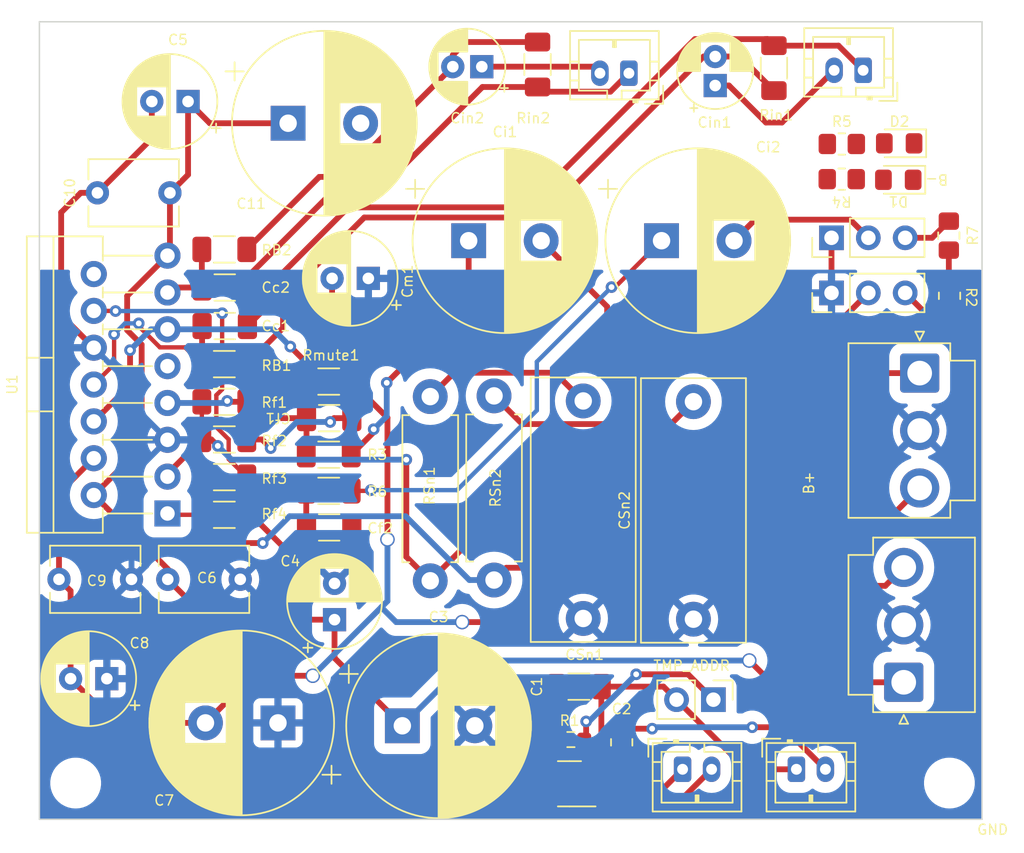
<source format=kicad_pcb>
(kicad_pcb (version 20221018) (generator pcbnew)
  (layers (0 "F.Cu" signal) (31 "B.Cu" signal) (34 "B.Paste" user) (35 "F.Paste" user) (36 "B.SilkS" user "B.Silkscreen") (37 "F.SilkS" user "F.Silkscreen") (38 "B.Mask" user) (39 "F.Mask" user) (44 "Edge.Cuts" user))
  (net 0 "")
  (net 1 "Net-(Cf1-Pad1)")
  (net 2 "Net-(Ci1-Pad1)")
  (net 3 "VP")
  (net 4 "VM")
  (net 5 "PGND")
  (net 6 "Net-(U1A-+)")
  (net 7 "Net-(CSn1-Pad2)")
  (net 8 "Net-(D1-A)")
  (net 9 "Net-(D2-A)")
  (net 10 "Net-(Cin1-Pad2)")
  (net 11 "DGND")
  (net 12 "3V3")
  (net 13 "ADD1")
  (net 14 "SIGGND")
  (net 15 "SCL")
  (net 16 "SDA")
  (net 17 "Net-(J7-Pin_3)")
  (net 18 "Net-(U1A--)")
  (net 19 "Net-(U1B-+)")
  (net 21 "Net-(Cin2-Pad2)")
  (net 23 "Net-(Cf2-Pad1)")
  (net 24 "Net-(U1B--)")
  (net 25 "Net-(Ci2-Pad1)")
  (net 26 "Net-(CSn2-Pad2)")
  (net 27 "SIGGND2")
  (net 28 "WOOFERIN")
  (net 29 "TWEETERIN")
  (net 30 "MUTE")
  (net 31 "WOOFEROUT")
  (net 32 "TWEETEROUT")
  (net 33 "WOOFERGND")
  (net 34 "TWEETERGND")
  (net 35 "Net-(J2-Pin_3)")
  (footprint "Connector_JST:JST_VH_B3P-VH_1x03_P3.96mm_Vertical" (layer "F.Cu") (at 137 101.68 -90)
    (fp_text reference "J5" hide)
    (fp_text value "Conn_01x03_Pin")
  )
  (footprint "Resistor_SMD:R_1206_3216Metric_Pad1.30x1.75mm_HandSolder" (layer "F.Cu") (at 96.25 107.307455)
    (fp_text reference "R3")
    (fp_text value "1.0K")
  )
  (footprint "Capacitor_THT:CP_Radial_D6.3mm_P2.50mm" (layer "F.Cu") (at 80.95 122.75 180)
    (fp_text reference "C8")
    (fp_text value "47U 50V")
  )
  (footprint "Resistor_SMD:R_0805_2012Metric_Pad1.20x1.40mm_HandSolder" (layer "F.Cu") (at 139.06 96.35 90)
    (fp_text reference "R2")
    (fp_text value "100R")
  )
  (footprint "Capacitor_SMD:C_1206_3216Metric_Pad1.33x1.80mm_HandSolder" (layer "F.Cu") (at 89.08 98.434284)
    (fp_text reference "Cc1")
    (fp_text value "680P")
  )
  (footprint "Resistor_SMD:R_0805_2012Metric_Pad1.20x1.40mm_HandSolder" (layer "F.Cu") (at 131.631755 85.881242 180)
    (fp_text reference "R5")
    (fp_text value "9.1K")
  )
  (footprint "Capacitor_THT:CP_Radial_D12.5mm_P5.00mm" (layer "F.Cu") (at 101.326041 126)
    (fp_text reference "C3")
    (fp_text value "1000U 50V")
  )
  (footprint "Capacitor_THT:CP_Radial_D12.5mm_P5.00mm" (layer "F.Cu") (at 105.9 92.55)
    (fp_text reference "Ci1")
    (fp_text value "1000U 35V")
  )
  (footprint "MountingHole:MountingHole_3mm" (layer "F.Cu") (at 139.05 129.95)
    (fp_text reference "H4" hide)
    (fp_text value "MountingHole")
  )
  (footprint "Capacitor_SMD:C_1206_3216Metric_Pad1.33x1.80mm_HandSolder" (layer "F.Cu") (at 89.08 95.777142)
    (fp_text reference "Cc2")
    (fp_text value "680P")
  )
  (footprint "Capacitor_THT:CP_Radial_D5.0mm_P2.00mm" (layer "F.Cu") (at 106.805113 80.55 180)
    (fp_text reference "Cin2")
    (fp_text value "10UF")
  )
  (footprint "Connector_JST:JST_PH_B2B-PH-K_1x02_P2.00mm_Vertical" (layer "F.Cu") (at 116.95 81 180)
    (fp_text reference "J10" hide)
    (fp_text value "Conn_01x02_Male")
  )
  (footprint "Capacitor_THT:C_Disc_D6.0mm_W4.4mm_P5.00mm" (layer "F.Cu") (at 85.15 115.9)
    (fp_text reference "C6")
    (fp_text value "4.7U X7R 50V")
  )
  (footprint "Package_TO_SOT_SMD:SOT-23-6" (layer "F.Cu") (at 112.85 130 180)
    (fp_text reference "U2" hide)
    (fp_text value "TMP100")
  )
  (footprint "Connector_JST:JST_PH_B2B-PH-K_1x02_P2.00mm_Vertical" (layer "F.Cu") (at 133.1 80.8 180)
    (fp_text reference "J3" hide)
    (fp_text value "Conn_01x02_Male")
  )
  (footprint "Resistor_SMD:R_1206_3216Metric_Pad1.30x1.75mm_HandSolder" (layer "F.Cu") (at 89.05 111.45)
    (fp_text reference "Rf4")
    (fp_text value "20K")
  )
  (footprint "Resistor_SMD:R_1206_3216Metric_Pad1.30x1.75mm_HandSolder" (layer "F.Cu") (at 89.05 101.061426 180)
    (fp_text reference "RB1")
    (fp_text value "1.2K")
  )
  (footprint "Connector_JST:JST_VH_B3P-VH-B_1x03_P3.96mm_Vertical" (layer "F.Cu") (at 135.9 123 90)
    (fp_text reference "J9" hide)
    (fp_text value "Conn_01x03_Male")
  )
  (footprint "Resistor_THT:R_Axial_DIN0411_L9.9mm_D3.6mm_P12.70mm_Horizontal" (layer "F.Cu") (at 107.65 103.25 -90)
    (fp_text reference "RSn2")
    (fp_text value "4R7")
  )
  (footprint "Connector_JST:JST_PH_B2B-PH-K_1x02_P2.00mm_Vertical" (layer "F.Cu") (at 120.65 129)
    (fp_text reference "J6" hide)
    (fp_text value "Conn_01x02_Male")
  )
  (footprint "Capacitor_THT:CP_Radial_D12.5mm_P5.00mm" (layer "F.Cu") (at 93.45 84.45)
    (fp_text reference "C11")
    (fp_text value "1000U 50V")
  )
  (footprint "Resistor_THT:R_Axial_DIN0411_L9.9mm_D3.6mm_P12.70mm_Horizontal" (layer "F.Cu") (at 103.25 103.3 -90)
    (fp_text reference "RSn1")
    (fp_text value "4R7")
  )
  (footprint "Resistor_SMD:R_1206_3216Metric_Pad1.30x1.75mm_HandSolder" (layer "F.Cu") (at 96.25 109.8)
    (fp_text reference "R6")
    (fp_text value "1.0K")
  )
  (footprint "Connector_PinHeader_2.54mm:PinHeader_1x03_P2.54mm_Vertical" (layer "F.Cu") (at 130.92 92.35 90)
    (fp_text reference "J2" hide)
    (fp_text value "Conn_01x03_Male")
  )
  (footprint "Resistor_SMD:R_1206_3216Metric_Pad1.30x1.75mm_HandSolder" (layer "F.Cu") (at 113.5 123.3 180)
    (fp_text reference "C1")
    (fp_text value "10U")
  )
  (footprint "Resistor_SMD:R_0805_2012Metric_Pad1.20x1.40mm_HandSolder" (layer "F.Cu") (at 139.01 92.2 -90)
    (fp_text reference "R7")
    (fp_text value "100R")
  )
  (footprint "MountingHole:MountingHole_3mm" (layer "F.Cu") (at 78.8 79.95)
    (fp_text reference "H1" hide)
    (fp_text value "MountingHole")
  )
  (footprint "Capacitor_THT:CP_Radial_D5.0mm_P2.00mm" (layer "F.Cu") (at 122.9 81.85 90)
    (fp_text reference "Cin1")
    (fp_text value "10UF")
  )
  (footprint "Connector_PinHeader_2.54mm:PinHeader_1x03_P2.54mm_Vertical" (layer "F.Cu") (at 130.92 96.15 90)
    (fp_text reference "J7" hide)
    (fp_text value "Conn_01x03_Male")
  )
  (footprint "Capacitor_THT:C_Rect_L18.0mm_W7.0mm_P15.00mm_FKS3_FKP3" (layer "F.Cu") (at 113.8 118.6 90)
    (fp_text reference "CSn1")
    (fp_text value " 220N PP 100V")
  )
  (footprint "Capacitor_THT:C_Disc_D6.0mm_W4.4mm_P5.00mm" (layer "F.Cu") (at 82.65 115.9 180)
    (fp_text reference "C9")
    (fp_text value "4.7U X74 50V")
  )
  (footprint "Resistor_SMD:R_0805_2012Metric_Pad1.20x1.40mm_HandSolder" (layer "F.Cu") (at 131.625 88.305 180)
    (fp_text reference "R4")
    (fp_text value "9.1K")
  )
  (footprint "Resistor_SMD:R_0603_1608Metric_Pad0.98x0.95mm_HandSolder" (layer "F.Cu") (at 112.95 126.95)
    (fp_text reference "R1")
    (fp_text value "4.7K")
  )
  (footprint "Connector_JST:JST_PH_B2B-PH-K_1x02_P2.00mm_Vertical" (layer "F.Cu") (at 128.5 129)
    (fp_text reference "J4" hide)
    (fp_text value "Conn_01x02_Male")
  )
  (footprint "MountingHole:MountingHole_3mm" (layer "F.Cu") (at 139.05 79.95)
    (fp_text reference "H2" hide)
    (fp_text value "MountingHole")
  )
  (footprint "Package_TO_SOT_THT:TO-220-15_P2.54x2.54mm_StaggerOdd_Lead4.58mm_Vertical" (layer "F.Cu") (at 85.13 111.36 90)
    (fp_text reference "U1")
    (fp_text value "LM4766")
  )
  (footprint "Resistor_SMD:R_1206_3216Metric_Pad1.30x1.75mm_HandSolder" (layer "F.Cu") (at 96.25 102.262365)
    (fp_text reference "Rmute1")
    (fp_text value "38.6K")
  )
  (footprint "Capacitor_THT:C_Disc_D6.0mm_W4.4mm_P5.00mm" (layer "F.Cu") (at 85.3 89.25 180)
    (fp_text reference "C10")
    (fp_text value "4.7U X7R 50V")
  )
  (footprint "Capacitor_SMD:C_1206_3216Metric_Pad1.33x1.80mm_HandSolder" (layer "F.Cu") (at 96.28 112.322545 180)
    (fp_text reference "Cf2")
    (fp_text value "47P")
  )
  (footprint "LED_SMD:LED_0805_2012Metric_Pad1.15x1.40mm_HandSolder" (layer "F.Cu") (at 135.586755 85.836242 180)
    (fp_text reference "D2")
    (fp_text value "BLUE")
  )
  (footprint "Resistor_SMD:R_1206_3216Metric_Pad1.30x1.75mm_HandSolder" (layer "F.Cu") (at 110.65 80.4 90)
    (fp_text reference "Rin2")
    (fp_text value "20K")
  )
  (footprint "Connector_PinHeader_2.54mm:PinHeader_1x02_P2.54mm_Vertical" (layer "F.Cu") (at 122.775 124.2 -90)
    (fp_text reference "J1" hide)
    (fp_text value "Conn_01x02_Male")
  )
  (footprint "Resistor_SMD:R_1206_3216Metric_Pad1.30x1.75mm_HandSolder" (layer "F.Cu") (at 89.05 108.852852)
    (fp_text reference "Rf3")
    (fp_text value "20K")
  )
  (footprint "Resistor_SMD:R_1206_3216Metric_Pad1.30x1.75mm_HandSolder" (layer "F.Cu") (at 126.95 80.65 -90)
    (fp_text reference "Rin1")
    (fp_text value "20K")
  )
  (footprint "Capacitor_THT:CP_Radial_D12.5mm_P5.00mm" (layer "F.Cu") (at 119.2 92.55)
    (fp_text reference "Ci2")
    (fp_text value "1000U 35V")
  )
  (footprint "Capacitor_THT:CP_Radial_D6.3mm_P2.50mm" (layer "F.Cu") (at 98.98238 95.15 180)
    (fp_text reference "Cm1")
    (fp_text value "47U 50V")
  )
  (footprint "Capacitor_THT:C_Rect_L18.0mm_W7.0mm_P15.00mm_FKS3_FKP3" (layer "F.Cu") (at 121.4 118.65 90)
    (fp_text reference "CSn2")
    (fp_text value " 220N PP 100V")
  )
  (footprint "Resistor_SMD:R_0805_2012Metric_Pad1.20x1.40mm_HandSolder" (layer "F.Cu") (at 116.451331 127.140145 90)
    (fp_text reference "C2")
    (fp_text value "100N")
  )
  (footprint "Capacitor_SMD:C_1206_3216Metric_Pad1.33x1.80mm_HandSolder" (layer "F.Cu") (at 96.28 104.78491 180)
    (fp_text reference "Cf1")
    (fp_text value "47P")
  )
  (footprint "Capacitor_THT:CP_Radial_D6.3mm_P2.50mm" (layer "F.Cu") (at 96.65 118.68238 90)
    (fp_text reference "C4")
    (fp_text value "47U 50V")
  )
  (footprint "MountingHole:MountingHole_3mm" (layer "F.Cu") (at 78.8 129.95)
    (fp_text reference "H3" hide)
    (fp_text value "MountingHole")
  )
  (footprint "Resistor_SMD:R_1206_3216Metric_Pad1.30x1.75mm_HandSolder" (layer "F.Cu") (at 89.05 106.25571)
    (fp_text reference "Rf2")
    (fp_text value "20K")
  )
  (footprint "Resistor_SMD:R_1206_3216Metric_Pad1.30x1.75mm_HandSolder" (layer "F.Cu") (at 89.05 103.658568)
    (fp_text reference "Rf1")
    (fp_text value "20K")
  )
  (footprint "Resistor_SMD:R_1206_3216Metric_Pad1.30x1.75mm_HandSolder" (layer "F.Cu") (at 89.05 93.15 180)
    (fp_text reference "RB2")
    (fp_text value "1.2K")
  )
  (footprint "LED_SMD:LED_0805_2012Metric_Pad1.15x1.40mm_HandSolder" (layer "F.Cu") (at 135.525 88.35 180)
    (fp_text reference "D1")
    (fp_text value "YELLOW")
  )
  (footprint "Capacitor_THT:CP_Radial_D12.5mm_P5.00mm" (layer "F.Cu") (at 92.75 125.8 180)
    (fp_text reference "C7")
    (fp_text value "1000U 50V")
  )
  (footprint "Capacitor_THT:CP_Radial_D6.3mm_P2.50mm" (layer "F.Cu") (at 86.55 82.95 180)
    (fp_text reference "C5")
    (fp_text value "47U 50V")
  )
  (gr_line (start 141.3 77.45) (end 141.3 132.45) (stroke (width 0.1)) (layer "Edge.Cuts"))
  (gr_line (start 141.3 132.45) (end 76.3 132.45) (stroke (width 0.1)) (layer "Edge.Cuts"))
  (gr_line (start 76.3 77.45) (end 141.3 77.45) (stroke (width 0.1)) (layer "Edge.Cuts"))
  (gr_line (start 76.3 77.45) (end 76.3 132.45) (stroke (width 0.1)) (layer "Edge.Cuts"))
  (gr_text "GND" (at 140.9 133.163199) (layer "F.SilkS") (effects (font (size 0.7 0.7) (thickness 0.1)) (justify left)))
  (gr_text "B+" (at 129.365 110.1 90) (layer "F.SilkS") (effects (font (size 0.7 0.7) (thickness 0.1)) (justify left)))
  (gr_text "TMP_ADDR\n" (at 118.575 121.85) (layer "F.SilkS") (effects (font (size 0.7 0.7) (thickness 0.1)) (justify left)))
  (gr_text "B-" (at 139.025 88.335 180) (layer "F.SilkS") (effects (font (size 0.7 0.7) (thickness 0.1)) (justify left)))
  (segment (start 90.6 106.25571) (end 91.650686 106.25571) (width 0.4) (layer "F.Cu") (net 1))
  (segment (start 96.61509 104.78491) (end 96.35 105.05) (width 0.4) (layer "F.Cu") (net 1))
  (segment (start 91.650686 106.25571) (end 92.244976 106.85) (width 0.4) (layer "F.Cu") (net 1))
  (segment (start 97.8425 104.78491) (end 96.61509 104.78491) (width 0.4) (layer "F.Cu") (net 1))
  (via (at 92.244976 106.85) (size 0.8) (drill 0.4) (layers "F.Cu" "B.Cu") (net 1))
  (via (at 96.35 105.05) (size 0.8) (drill 0.4) (layers "F.Cu" "B.Cu") (net 1))
  (segment (start 94.044976 105.05) (end 92.244976 106.85) (width 0.4) (layer "B.Cu") (net 1))
  (segment (start 96.35 105.05) (end 94.044976 105.05) (width 0.4) (layer "B.Cu") (net 1))
  (segment (start 105.9 92.55) (end 105.9 96.7) (width 0.4) (layer "F.Cu") (net 2))
  (segment (start 105.9 96.7) (end 100.25 102.35) (width 0.4) (layer "F.Cu") (net 2))
  (segment (start 99.35 105.55) (end 99.35 105.757455) (width 0.4) (layer "F.Cu") (net 2))
  (segment (start 99.35 105.757455) (end 97.8 107.307455) (width 0.4) (layer "F.Cu") (net 2))
  (via (at 100.25 102.35) (size 0.8) (drill 0.4) (layers "F.Cu" "B.Cu") (net 2))
  (via (at 99.35 105.55) (size 0.8) (drill 0.4) (layers "F.Cu" "B.Cu") (net 2))
  (segment (start 100.25 104.65) (end 99.35 105.55) (width 0.4) (layer "B.Cu") (net 2))
  (segment (start 100.25 102.35) (end 100.25 104.65) (width 0.4) (layer "B.Cu") (net 2))
  (segment (start 135.9 123) (end 126.75 123) (width 0.4) (layer "F.Cu") (net 3))
  (segment (start 86.55 88) (end 85.3 89.25) (width 0.4) (layer "F.Cu") (net 3))
  (segment (start 86.55 82.95) (end 86.55 88) (width 0.4) (layer "F.Cu") (net 3))
  (segment (start 82.35 98.718629) (end 83.35 99.718629) (width 0.4) (layer "F.Cu") (net 3))
  (segment (start 126.75 123) (end 125.25 121.5) (width 0.4) (layer "F.Cu") (net 3))
  (segment (start 83.35 106.79) (end 80.05 110.09) (width 0.4) (layer "F.Cu") (net 3))
  (segment (start 87.93238 118.68238) (end 96.65 118.68238) (width 0.4) (layer "F.Cu") (net 3))
  (segment (start 85.15 115.9) (end 87.93238 118.68238) (width 0.4) (layer "F.Cu") (net 3))
  (segment (start 88.05 84.45) (end 86.55 82.95) (width 0.4) (layer "F.Cu") (net 3))
  (segment (start 96.65 121.323959) (end 101.326041 126) (width 0.4) (layer "F.Cu") (net 3))
  (segment (start 96.65 118.68238) (end 96.65 121.323959) (width 0.4) (layer "F.Cu") (net 3))
  (segment (start 85.3 89.25) (end 85.3 93.41) (width 0.4) (layer "F.Cu") (net 3))
  (segment (start 85.3 93.41) (end 85.13 93.58) (width 0.4) (layer "F.Cu") (net 3))
  (segment (start 85.15 115.19) (end 85.15 115.9) (width 0.4) (layer "F.Cu") (net 3))
  (segment (start 85.13 93.58) (end 82.35 96.36) (width 0.4) (layer "F.Cu") (net 3))
  (segment (start 82.35 96.36) (end 82.35 98.718629) (width 0.4) (layer "F.Cu") (net 3))
  (segment (start 83.35 99.718629) (end 83.35 106.79) (width 0.4) (layer "F.Cu") (net 3))
  (segment (start 80.05 110.09) (end 85.15 115.19) (width 0.4) (layer "F.Cu") (net 3))
  (segment (start 93.45 84.45) (end 88.05 84.45) (width 0.4) (layer "F.Cu") (net 3))
  (via (at 125.25 121.5) (size 1) (drill 0.8) (layers "F.Cu" "B.Cu") (net 3))
  (segment (start 105.826041 121.5) (end 101.326041 126) (width 0.4) (layer "B.Cu") (net 3))
  (segment (start 125.25 121.5) (end 105.826041 121.5) (width 0.4) (layer "B.Cu") (net 3))
  (segment (start 108.85 118.85) (end 105.45 118.85) (width 0.4) (layer "F.Cu") (net 4))
  (segment (start 77.65 109.95) (end 80.05 107.55) (width 0.4) (layer "F.Cu") (net 4))
  (segment (start 100.3 104.762365) (end 100.3 113.15) (width 0.4) (layer "F.Cu") (net 4))
  (segment (start 78.45 122.75) (end 78.45 116.7) (width 0.4) (layer "F.Cu") (net 4))
  (segment (start 111.35 116.35) (end 108.85 118.85) (width 0.4) (layer "F.Cu") (net 4))
  (segment (start 134.63 116.35) (end 111.35 116.35) (width 0.4) (layer "F.Cu") (net 4))
  (segment (start 95.15 122.55) (end 91 122.55) (width 0.4) (layer "F.Cu") (net 4))
  (segment (start 91 122.55) (end 87.75 125.8) (width 0.4) (layer "F.Cu") (net 4))
  (segment (start 78.45 116.7) (end 77.65 115.9) (width 0.4) (layer "F.Cu") (net 4))
  (segment (start 135.9 115.08) (end 134.63 116.35) (width 0.4) (layer "F.Cu") (net 4))
  (segment (start 87.75 125.8) (end 81.5 125.8) (width 0.4) (layer "F.Cu") (net 4))
  (segment (start 81.5 125.8) (end 78.45 122.75) (width 0.4) (layer "F.Cu") (net 4))
  (segment (start 97.8 102.262365) (end 100.3 104.762365) (width 0.4) (layer "F.Cu") (net 4))
  (segment (start 77.65 115.9) (end 77.65 109.95) (width 0.4) (layer "F.Cu") (net 4))
  (via (at 105.45 118.85) (size 1) (drill 0.8) (layers "F.Cu" "B.Cu") (net 4))
  (via (at 100.3 113.15) (size 1) (drill 0.8) (layers "F.Cu" "B.Cu") (net 4))
  (via (at 95.15 122.55) (size 1) (drill 0.8) (layers "F.Cu" "B.Cu") (net 4))
  (segment (start 100.9 118.85) (end 99.875 117.825) (width 0.4) (layer "B.Cu") (net 4))
  (segment (start 99.875 117.825) (end 95.15 122.55) (width 0.4) (layer "B.Cu") (net 4))
  (segment (start 105.45 118.85) (end 100.9 118.85) (width 0.4) (layer "B.Cu") (net 4))
  (segment (start 100.3 113.15) (end 100.3 117.4) (width 0.4) (layer "B.Cu") (net 4))
  (segment (start 100.3 117.4) (end 99.875 117.825) (width 0.4) (layer "B.Cu") (net 4))
  (segment (start 130.92 92.35) (end 130.92 96.15) (width 0.4) (layer "F.Cu") (net 5))
  (segment (start 84.05 82.95) (end 84.05 85.5) (width 0.4) (layer "F.Cu") (net 5))
  (segment (start 84.05 85.5) (end 80.3 89.25) (width 0.4) (layer "F.Cu") (net 5))
  (segment (start 80.05 99.93) (end 77.8 97.68) (width 0.4) (layer "F.Cu") (net 5))
  (segment (start 79.15 89.25) (end 80.3 89.25) (width 0.4) (layer "F.Cu") (net 5))
  (segment (start 77.8 97.68) (end 77.8 90.6) (width 0.4) (layer "F.Cu") (net 5))
  (segment (start 139.01 93.2) (end 139.01 95.3) (width 0.4) (layer "F.Cu") (net 5))
  (segment (start 77.8 90.6) (end 79.15 89.25) (width 0.4) (layer "F.Cu") (net 5))
  (segment (start 139.01 95.3) (end 139.06 95.35) (width 0.4) (layer "F.Cu") (net 5))
  (segment (start 82.35 102.23) (end 80.05 99.93) (width 0.4) (layer "B.Cu") (net 5))
  (segment (start 82.35 103.5) (end 82.35 102.23) (width 0.4) (layer "B.Cu") (net 5))
  (segment (start 82.65 115.9) (end 82.65 108.76) (width 0.4) (layer "B.Cu") (net 5))
  (segment (start 82.65 108.76) (end 85.13 106.28) (width 0.4) (layer "B.Cu") (net 5))
  (segment (start 85.13 106.28) (end 82.35 103.5) (width 0.4) (layer "B.Cu") (net 5))
  (segment (start 81.45 101.07) (end 80.05 102.47) (width 0.3) (layer "F.Cu") (net 6))
  (segment (start 83.15 98.446024) (end 83.15 98.25) (width 0.3) (layer "F.Cu") (net 6))
  (segment (start 87.5 101.061426) (end 86.343644 99.90507) (width 0.3) (layer "F.Cu") (net 6))
  (segment (start 81.45 99) (end 81.45 101.07) (width 0.3) (layer "F.Cu") (net 6))
  (segment (start 87.5175 101.043926) (end 87.5 101.061426) (width 0.4) (layer "F.Cu") (net 6))
  (segment (start 84.609046 99.90507) (end 83.15 98.446024) (width 0.3) (layer "F.Cu") (net 6))
  (segment (start 87.5175 98.434284) (end 87.5175 101.043926) (width 0.4) (layer "F.Cu") (net 6))
  (segment (start 86.343644 99.90507) (end 84.609046 99.90507) (width 0.3) (layer "F.Cu") (net 6))
  (via (at 83.15 98.25) (size 0.8) (drill 0.4) (layers "F.Cu" "B.Cu") (net 6))
  (via (at 81.45 99) (size 0.8) (drill 0.4) (layers "F.Cu" "B.Cu") (net 6))
  (segment (start 82.2 98.25) (end 81.45 99) (width 0.3) (layer "B.Cu") (net 6))
  (segment (start 83.15 98.25) (end 82.2 98.25) (width 0.3) (layer "B.Cu") (net 6))
  (segment (start 111.855119 101.655119) (end 104.894881 101.655119) (width 0.4) (layer "F.Cu") (net 7))
  (segment (start 113.8 103.6) (end 111.855119 101.655119) (width 0.4) (layer "F.Cu") (net 7))
  (segment (start 104.894881 101.655119) (end 103.25 103.3) (width 0.4) (layer "F.Cu") (net 7))
  (segment (start 93.55 96.1) (end 93.1 96.1) (width 0.4) (layer "F.Cu") (net 10))
  (segment (start 93.1 98.561426) (end 90.6 101.061426) (width 0.4) (layer "F.Cu") (net 10))
  (segment (start 126.95 82.2) (end 124.6 79.85) (width 0.4) (layer "F.Cu") (net 10))
  (segment (start 98.7 90.95) (end 93.55 96.1) (width 0.4) (layer "F.Cu") (net 10))
  (segment (start 93.1 96.1) (end 93.1 98.561426) (width 0.4) (layer "F.Cu") (net 10))
  (segment (start 122.9 79.85) (end 122.1 79.85) (width 0.4) (layer "F.Cu") (net 10))
  (segment (start 124.6 79.85) (end 122.9 79.85) (width 0.4) (layer "F.Cu") (net 10))
  (segment (start 122.1 79.85) (end 111 90.95) (width 0.4) (layer "F.Cu") (net 10))
  (segment (start 111 90.95) (end 98.7 90.95) (width 0.4) (layer "F.Cu") (net 10))
  (segment (start 116.451331 128.140145) (end 115.05 126.738814) (width 0.4) (layer "F.Cu") (net 11))
  (segment (start 120.235 124.2) (end 125.035 129) (width 0.4) (layer "F.Cu") (net 11))
  (segment (start 125.035 129) (end 128.5 129) (width 0.4) (layer "F.Cu") (net 11))
  (segment (start 114.591476 130) (end 113.9875 130) (width 0.4) (layer "F.Cu") (net 11))
  (segment (start 115.05 126.738814) (end 115.05 123.3) (width 0.4) (layer "F.Cu") (net 11))
  (segment (start 116.451331 128.140145) (end 114.591476 130) (width 0.4) (layer "F.Cu") (net 11))
  (segment (start 119.335 123.3) (end 120.235 124.2) (width 0.4) (layer "F.Cu") (net 11))
  (segment (start 115.05 123.3) (end 119.335 123.3) (width 0.4) (layer "F.Cu") (net 11))
  (segment (start 116.511186 126.2) (end 116.451331 126.140145) (width 0.4) (layer "F.Cu") (net 12))
  (segment (start 112.0375 128.725) (end 111.7125 129.05) (width 0.4) (layer "F.Cu") (net 12))
  (segment (start 111.95 123.3) (end 111.95 126.8625) (width 0.4) (layer "F.Cu") (net 12))
  (segment (start 111.7125 129.05) (end 111.7125 130) (width 0.4) (layer "F.Cu") (net 12))
  (segment (start 111.95 126.8625) (end 112.0375 126.95) (width 0.4) (layer "F.Cu") (net 12))
  (segment (start 112.0375 126.95) (end 112.0375 128.725) (width 0.4) (layer "F.Cu") (net 12))
  (segment (start 127.6 126.1) (end 125.45 126.1) (width 0.4) (layer "F.Cu") (net 12))
  (segment (start 118.55 126.2) (end 116.511186 126.2) (width 0.4) (layer "F.Cu") (net 12))
  (segment (start 130.5 129) (end 127.6 126.1) (width 0.4) (layer "F.Cu") (net 12))
  (via (at 125.45 126.1) (size 0.8) (drill 0.4) (layers "F.Cu" "B.Cu") (net 12))
  (via (at 118.55 126.2) (size 0.8) (drill 0.4) (layers "F.Cu" "B.Cu") (net 12))
  (segment (start 125.45 126.1) (end 118.65 126.1) (width 0.4) (layer "B.Cu") (net 12))
  (segment (start 118.65 126.1) (end 118.55 126.2) (width 0.4) (layer "B.Cu") (net 12))
  (segment (start 122.775 124.2) (end 121.025 122.45) (width 0.4) (layer "F.Cu") (net 13))
  (segment (start 113.8625 128.925) (end 113.9875 129.05) (width 0.4) (layer "F.Cu") (net 13))
  (segment (start 113.8625 126.95) (end 113.8625 128.925) (width 0.4) (layer "F.Cu") (net 13))
  (segment (start 114 125.7) (end 114 126.8125) (width 0.4) (layer "F.Cu") (net 13))
  (segment (start 114 126.8125) (end 113.8625 126.95) (width 0.4) (layer "F.Cu") (net 13))
  (segment (start 121.025 122.45) (end 117.45 122.45) (width 0.4) (layer "F.Cu") (net 13))
  (via (at 114 125.7) (size 0.8) (drill 0.4) (layers "F.Cu" "B.Cu") (net 13))
  (via (at 117.45 122.45) (size 0.8) (drill 0.4) (layers "F.Cu" "B.Cu") (net 13))
  (segment (start 117.45 122.45) (end 114.2 125.7) (width 0.4) (layer "B.Cu") (net 13))
  (segment (start 114.2 125.7) (end 114 125.7) (width 0.4) (layer "B.Cu") (net 13))
  (segment (start 115.45 98.3) (end 115.45 97.1) (width 0.4) (layer "F.Cu") (net 14))
  (segment (start 115.45 97.1) (end 110.9 92.55) (width 0.4) (layer "F.Cu") (net 14))
  (segment (start 131.31 98.3) (end 115.45 98.3) (width 0.4) (layer "F.Cu") (net 14))
  (segment (start 133.46 96.15) (end 131.31 98.3) (width 0.4) (layer "F.Cu") (net 14))
  (segment (start 118.7 130.95) (end 113.9875 130.95) (width 0.4) (layer "F.Cu") (net 15))
  (segment (start 120.65 129) (end 118.7 130.95) (width 0.4) (layer "F.Cu") (net 15))
  (segment (start 110.6 132.0625) (end 111.7125 130.95) (width 0.4) (layer "F.Cu") (net 16))
  (segment (start 110.6 132.25) (end 110.6 132.0625) (width 0.4) (layer "F.Cu") (net 16))
  (segment (start 122.65 129) (end 119.4 132.25) (width 0.4) (layer "F.Cu") (net 16))
  (segment (start 119.4 132.25) (end 110.6 132.25) (width 0.4) (layer "F.Cu") (net 16))
  (segment (start 137.2 97.35) (end 136 96.15) (width 0.4) (layer "F.Cu") (net 17))
  (segment (start 139.06 97.35) (end 137.2 97.35) (width 0.4) (layer "F.Cu") (net 17))
  (segment (start 91.726342 104.78491) (end 90.6 103.658568) (width 0.4) (layer "F.Cu") (net 18))
  (segment (start 89.308568 103.658568) (end 89.25 103.6) (width 0.4) (layer "F.Cu") (net 18))
  (segment (start 90.6 103.658568) (end 89.308568 103.658568) (width 0.4) (layer "F.Cu") (net 18))
  (segment (start 94.7175 104.78491) (end 91.726342 104.78491) (width 0.4) (layer "F.Cu") (net 18))
  (segment (start 94.7175 107.289955) (end 94.7 107.307455) (width 0.4) (layer "F.Cu") (net 18))
  (segment (start 94.7175 104.78491) (end 94.7175 107.289955) (width 0.4) (layer "F.Cu") (net 18))
  (via (at 89.25 103.6) (size 0.8) (drill 0.4) (layers "F.Cu" "B.Cu") (net 18))
  (segment (start 89.11 103.74) (end 85.13 103.74) (width 0.4) (layer "B.Cu") (net 18))
  (segment (start 89.25 103.6) (end 89.11 103.74) (width 0.4) (layer "B.Cu") (net 18))
  (segment (start 87.5175 95.777142) (end 85.472858 95.777142) (width 0.4) (layer "F.Cu") (net 19))
  (segment (start 85.472858 95.777142) (end 85.13 96.12) (width 0.4) (layer "F.Cu") (net 19))
  (segment (start 87.5 93.15) (end 87.5 95.759642) (width 0.4) (layer "F.Cu") (net 19))
  (segment (start 87.5 95.759642) (end 87.5175 95.777142) (width 0.4) (layer "F.Cu") (net 19))
  (segment (start 104.805113 79.75) (end 104.805113 80.55) (width 0.4) (layer "F.Cu") (net 21))
  (segment (start 104.805113 80.55) (end 97.205113 88.15) (width 0.4) (layer "F.Cu") (net 21))
  (segment (start 105.705113 78.85) (end 104.805113 79.75) (width 0.4) (layer "F.Cu") (net 21))
  (segment (start 110.65 78.85) (end 105.705113 78.85) (width 0.4) (layer "F.Cu") (net 21))
  (segment (start 95.6 88.15) (end 90.6 93.15) (width 0.4) (layer "F.Cu") (net 21))
  (segment (start 97.205113 88.15) (end 95.6 88.15) (width 0.4) (layer "F.Cu") (net 21))
  (segment (start 96.315045 113.85) (end 97.8425 112.322545) (width 0.4) (layer "F.Cu") (net 23))
  (segment (start 90.6 111.45) (end 90.9 111.45) (width 0.4) (layer "F.Cu") (net 23))
  (segment (start 90.9 111.45) (end 93.3 113.85) (width 0.4) (layer "F.Cu") (net 23))
  (segment (start 93.3 113.85) (end 96.315045 113.85) (width 0.4) (layer "F.Cu") (net 23))
  (segment (start 91.547148 109.8) (end 90.6 108.852852) (width 0.3) (layer "F.Cu") (net 24))
  (segment (start 88.5 105.4) (end 89.35 106.25) (width 0.3) (layer "F.Cu") (net 24))
  (segment (start 80.05 97.39) (end 81.54 97.39) (width 0.3) (layer "F.Cu") (net 24))
  (segment (start 81.54 97.39) (end 81.55 97.4) (width 0.3) (layer "F.Cu") (net 24))
  (segment (start 94.7 109.8) (end 91.547148 109.8) (width 0.3) (layer "F.Cu") (net 24))
  (segment (start 94.7 112.305045) (end 94.7175 112.322545) (width 0.4) (layer "F.Cu") (net 24))
  (segment (start 88.9 102.8) (end 88.5 103.2) (width 0.3) (layer "F.Cu") (net 24))
  (segment (start 89.35 107.602852) (end 90.6 108.852852) (width 0.3) (layer "F.Cu") (net 24))
  (segment (start 88.9 97.55) (end 88.9 102.8) (width 0.3) (layer "F.Cu") (net 24))
  (segment (start 89.35 106.25) (end 89.35 107.602852) (width 0.3) (layer "F.Cu") (net 24))
  (segment (start 94.7 109.8) (end 94.7 112.305045) (width 0.4) (layer "F.Cu") (net 24))
  (segment (start 88.5 103.2) (end 88.5 105.4) (width 0.3) (layer "F.Cu") (net 24))
  (via (at 88.9 97.55) (size 0.8) (drill 0.4) (layers "F.Cu" "B.Cu") (net 24))
  (via (at 81.55 97.4) (size 0.8) (drill 0.4) (layers "F.Cu" "B.Cu") (net 24))
  (segment (start 88.75 97.4) (end 88.9 97.55) (width 0.3) (layer "B.Cu") (net 24))
  (segment (start 81.55 97.4) (end 88.75 97.4) (width 0.3) (layer "B.Cu") (net 24))
  (segment (start 115.75 95.75) (end 116 95.75) (width 0.3) (layer "F.Cu") (net 25))
  (segment (start 116 95.75) (end 119.2 92.55) (width 0.3) (layer "F.Cu") (net 25))
  (segment (start 97.8 109.8) (end 99.1 109.8) (width 0.3) (layer "F.Cu") (net 25))
  (segment (start 99.1 109.8) (end 99.15 109.75) (width 0.3) (layer "F.Cu") (net 25))
  (via (at 115.75 95.75) (size 0.8) (drill 0.4) (layers "F.Cu" "B.Cu") (net 25))
  (via (at 99.15 109.75) (size 0.8) (drill 0.4) (layers "F.Cu" "B.Cu") (net 25))
  (segment (start 110.6 100.9) (end 115.75 95.75) (width 0.3) (layer "B.Cu") (net 25))
  (segment (start 105.1 109.75) (end 110.6 104.25) (width 0.3) (layer "B.Cu") (net 25))
  (segment (start 110.6 104.25) (end 110.6 100.9) (width 0.3) (layer "B.Cu") (net 25))
  (segment (start 99.15 109.75) (end 105.1 109.75) (width 0.3) (layer "B.Cu") (net 25))
  (segment (start 119.855119 105.194881) (end 109.594881 105.194881) (width 0.4) (layer "F.Cu") (net 26))
  (segment (start 121.4 103.65) (end 119.855119 105.194881) (width 0.4) (layer "F.Cu") (net 26))
  (segment (start 109.594881 105.194881) (end 107.65 103.25) (width 0.4) (layer "F.Cu") (net 26))
  (segment (start 124.2 92.55) (end 125.65 91.1) (width 0.4) (layer "F.Cu") (net 27))
  (segment (start 132.21 91.1) (end 133.46 92.35) (width 0.4) (layer "F.Cu") (net 27))
  (segment (start 125.65 91.1) (end 132.21 91.1) (width 0.4) (layer "F.Cu") (net 27))
  (segment (start 127.5 84.4) (end 126.4 84.4) (width 0.4) (layer "F.Cu") (net 28))
  (segment (start 123.85 81.85) (end 122.9 81.85) (width 0.4) (layer "F.Cu") (net 28))
  (segment (start 131.1 80.8) (end 127.5 84.4) (width 0.4) (layer "F.Cu") (net 28))
  (segment (start 126.4 84.4) (end 123.85 81.85) (width 0.4) (layer "F.Cu") (net 28))
  (segment (start 114.5 80.55) (end 106.805113 80.55) (width 0.4) (layer "F.Cu") (net 29))
  (segment (start 114.95 81) (end 114.5 80.55) (width 0.4) (layer "F.Cu") (net 29))
  (segment (start 96.48238 95.15) (end 96.48238 100.479985) (width 0.4) (layer "F.Cu") (net 30))
  (segment (start 94.7 102.262365) (end 94.7 100.95) (width 0.4) (layer "F.Cu") (net 30))
  (segment (start 82.55 102.51) (end 82.55 100.1) (width 0.4) (layer "F.Cu") (net 30))
  (segment (start 80.05 105.01) (end 82.55 102.51) (width 0.4) (layer "F.Cu") (net 30))
  (segment (start 96.48238 100.479985) (end 94.7 102.262365) (width 0.4) (layer "F.Cu") (net 30))
  (segment (start 94.7 100.95) (end 93.6 99.85) (width 0.4) (layer "F.Cu") (net 30))
  (via (at 82.55 100.1) (size 0.8) (drill 0.4) (layers "F.Cu" "B.Cu") (net 30))
  (via (at 93.6 99.85) (size 0.8) (drill 0.4) (layers "F.Cu" "B.Cu") (net 30))
  (segment (start 93.6 99.85) (end 92.41 98.66) (width 0.4) (layer "B.Cu") (net 30))
  (segment (start 85.13 98.66) (end 83.99 98.66) (width 0.4) (layer "B.Cu") (net 30))
  (segment (start 92.41 98.66) (end 85.13 98.66) (width 0.4) (layer "B.Cu") (net 30))
  (segment (start 83.99 98.66) (end 82.55 100.1) (width 0.4) (layer "B.Cu") (net 30))
  (segment (start 87.5 103.658568) (end 87.5 106.25571) (width 0.3) (layer "F.Cu") (net 31))
  (segment (start 107.2 111.35) (end 124.25 111.35) (width 0.4) (layer "F.Cu") (net 31))
  (segment (start 88.15571 106.25571) (end 88.6 106.7) (width 0.4) (layer "F.Cu") (net 31))
  (segment (start 85.13 108.62571) (end 87.5 106.25571) (width 0.4) (layer "F.Cu") (net 31))
  (segment (start 87.5 106.25571) (end 88.15571 106.25571) (width 0.4) (layer "F.Cu") (net 31))
  (segment (start 101.6 114.35) (end 101.6 107.65) (width 0.4) (layer "F.Cu") (net 31))
  (segment (start 124.25 111.35) (end 133.92 101.68) (width 0.4) (layer "F.Cu") (net 31))
  (segment (start 103.25 116) (end 101.6 114.35) (width 0.4) (layer "F.Cu") (net 31))
  (segment (start 133.92 101.68) (end 137 101.68) (width 0.4) (layer "F.Cu") (net 31))
  (segment (start 107.2 112.05) (end 107.2 111.35) (width 0.4) (layer "F.Cu") (net 31))
  (segment (start 85.13 108.82) (end 85.13 108.62571) (width 0.4) (layer "F.Cu") (net 31))
  (segment (start 103.25 116) (end 107.2 112.05) (width 0.4) (layer "F.Cu") (net 31))
  (via (at 101.6 107.65) (size 0.8) (drill 0.4) (layers "F.Cu" "B.Cu") (net 31))
  (via (at 88.6 106.7) (size 0.8) (drill 0.4) (layers "F.Cu" "B.Cu") (net 31))
  (segment (start 101.6 107.65) (end 89.55 107.65) (width 0.4) (layer "B.Cu") (net 31))
  (segment (start 89.55 107.65) (end 88.6 106.7) (width 0.4) (layer "B.Cu") (net 31))
  (segment (start 87.5 111.45) (end 89.45 113.4) (width 0.4) (layer "F.Cu") (net 32))
  (segment (start 87.5 111.45) (end 85.22 111.45) (width 0.3) (layer "F.Cu") (net 32))
  (segment (start 107.65 115.95) (end 108.495811 115.104189) (width 0.4) (layer "F.Cu") (net 32))
  (segment (start 89.45 113.4) (end 91.7 113.4) (width 0.4) (layer "F.Cu") (net 32))
  (segment (start 85.22 111.45) (end 85.13 111.36) (width 0.3) (layer "F.Cu") (net 32))
  (segment (start 131.495811 115.104189) (end 137 109.6) (width 0.4) (layer "F.Cu") (net 32))
  (segment (start 108.495811 115.104189) (end 131.495811 115.104189) (width 0.4) (layer "F.Cu") (net 32))
  (segment (start 87.5 108.852852) (end 87.5 111.45) (width 0.3) (layer "F.Cu") (net 32))
  (via (at 91.7 113.4) (size 0.8) (drill 0.4) (layers "F.Cu" "B.Cu") (net 32))
  (segment (start 105.95 115.95) (end 107.65 115.95) (width 0.4) (layer "B.Cu") (net 32))
  (segment (start 91.7 113.4) (end 93.55 111.55) (width 0.4) (layer "B.Cu") (net 32))
  (segment (start 101.55 111.55) (end 105.95 115.95) (width 0.4) (layer "B.Cu") (net 32))
  (segment (start 93.55 111.55) (end 101.55 111.55) (width 0.4) (layer "B.Cu") (net 32))
  (segment (start 92 95.85) (end 92 97.076784) (width 0.4) (layer "F.Cu") (net 33))
  (segment (start 131.4 79.1) (end 126.95 79.1) (width 0.4) (layer "F.Cu") (net 33))
  (segment (start 92 97.076784) (end 90.6425 98.434284) (width 0.4) (layer "F.Cu") (net 33))
  (segment (start 97.6 90.25) (end 92 95.85) (width 0.4) (layer "F.Cu") (net 33))
  (segment (start 121.5 78.65) (end 109.9 90.25) (width 0.4) (layer "F.Cu") (net 33))
  (segment (start 126.95 79.1) (end 126.5 78.65) (width 0.4) (layer "F.Cu") (net 33))
  (segment (start 133.1 80.8) (end 131.4 79.1) (width 0.4) (layer "F.Cu") (net 33))
  (segment (start 109.9 90.25) (end 97.6 90.25) (width 0.4) (layer "F.Cu") (net 33))
  (segment (start 126.5 78.65) (end 121.5 78.65) (width 0.4) (layer "F.Cu") (net 33))
  (segment (start 116.95 81) (end 115.675 82.275) (width 0.4) (layer "F.Cu") (net 34))
  (segment (start 96.94424 88.75) (end 90.6425 95.05174) (width 0.4) (layer "F.Cu") (net 34))
  (segment (start 100.05 88.75) (end 96.94424 88.75) (width 0.4) (layer "F.Cu") (net 34))
  (segment (start 115.675 82.275) (end 110.975 82.275) (width 0.4) (layer "F.Cu") (net 34))
  (segment (start 110.975 82.275) (end 110.65 81.95) (width 0.4) (layer "F.Cu") (net 34))
  (segment (start 90.6425 95.05174) (end 90.6425 95.777142) (width 0.4) (layer "F.Cu") (net 34))
  (segment (start 106.85 81.95) (end 100.05 88.75) (width 0.4) (layer "F.Cu") (net 34))
  (segment (start 110.65 81.95) (end 106.85 81.95) (width 0.4) (layer "F.Cu") (net 34))
  (segment (start 137.86 92.35) (end 139.01 91.2) (width 0.4) (layer "F.Cu") (net 35))
  (segment (start 136 92.35) (end 137.86 92.35) (width 0.4) (layer "F.Cu") (net 35))
  (zone (net 5) (net_name "PGND") (layer "B.Cu") (connect_pads (clearance 0.75)) (min_thickness 0.25) (fill yes (thermal_gap 0.5) (thermal_bridge_width 0.5))
    (polygon (pts (xy 74.6 94.55) (xy 143.45 94.55) (xy 143.45 133.25) (xy 142.7 134) (xy 75 134) (xy 74.6 133.6)))
  )
)
</source>
